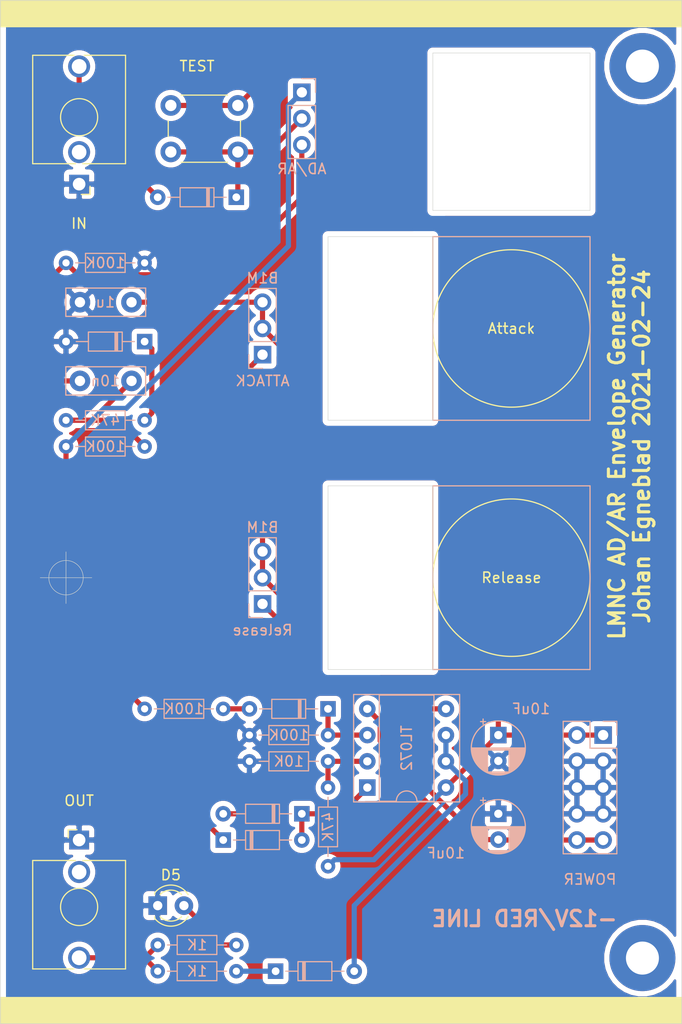
<source format=kicad_pcb>
(kicad_pcb (version 20171130) (host pcbnew 5.1.9-1.fc33)
  (layers (0 F.Cu signal) (31 B.Cu signal) (34 B.Paste user) (35 F.Paste user) (36 B.SilkS user) (37 F.SilkS user) (38 B.Mask user) (39 F.Mask user) (44 Edge.Cuts user))
  (net 0 "")
  (net 1 "Net-(C1-Pad2)")
  (net 2 "Net-(C1-Pad1)")
  (net 3 "Net-(C2-Pad1)")
  (net 4 "Net-(D1-Pad2)")
  (net 5 "Net-(D1-Pad1)")
  (net 6 "Net-(D2-Pad1)")
  (net 7 "Net-(D3-Pad2)")
  (net 8 "Net-(D3-Pad1)")
  (net 9 "Net-(D4-Pad2)")
  (net 10 "Net-(D4-Pad1)")
  (net 11 "Net-(D5-Pad2)")
  (net 12 GND)
  (net 13 "Net-(D6-Pad2)")
  (net 14 "Net-(D6-Pad1)")
  (net 15 "Net-(D7-Pad1)")
  (net 16 "Net-(J1-PadTN)")
  (net 17 "Net-(J2-PadT)")
  (net 18 "Net-(J2-PadTN)")
  (net 19 -12V)
  (net 20 +12V)
  (net 21 "Net-(R4-Pad1)")
  (net 22 "Net-(R1-Pad1)")
  (module Capacitor_THT:CP_Radial_D5.0mm_P2.50mm (layer B.Cu) (at 99.06 129.54 270)
    (fp_text reference C4 hide)
    (fp_text value 10uF (at 3.81 5.08) (layer B.SilkS) (effects (justify mirror)))
    (pad 2 thru_hole circle (at 2.5 0 270) (size 1.6 1.6) (drill 0.8) (layers *.Cu *.Mask) (net 19 -12V))
    (pad 1 thru_hole rect (at 0 0 270) (size 1.6 1.6) (drill 0.8) (layers *.Cu *.Mask) (net 12 GND))
  )
  (module Capacitor_THT:CP_Radial_D5.0mm_P2.50mm (layer B.Cu) (at 99.06 121.92 270)
    (fp_text reference C3 hide)
    (fp_text value 10uF (at -2.54 -3.175) (layer B.SilkS) (effects (justify mirror)))
    (pad 2 thru_hole circle (at 2.5 0 270) (size 1.6 1.6) (drill 0.8) (layers *.Cu *.Mask) (net 12 GND))
    (pad 1 thru_hole rect (at 0 0 270) (size 1.6 1.6) (drill 0.8) (layers *.Cu *.Mask) (net 20 +12V))
  )
  (module MountingHole:MountingHole_3.2mm_M3_Pad (layer F.Cu) (at 113.03 143.51)
    (fp_text reference H2 hide)
    (fp_text value MountingHole hide)
    (pad 1 thru_hole circle (at 0 0) (size 6.4 6.4) (drill 3.2) (layers *.Cu *.Mask))
  )
  (module MountingHole:MountingHole_3.2mm_M3_Pad (layer F.Cu) (at 113.03 57.15)
    (fp_text reference H1 hide)
    (fp_text value MountingHole hide)
    (pad 1 thru_hole circle (at 0 0) (size 6.4 6.4) (drill 3.2) (layers *.Cu *.Mask))
  )
  (module Resistor_THT:R_Axial_DIN0204_L3.6mm_D1.6mm_P7.62mm_Horizontal (layer B.Cu) (at 66.04 142.24)
    (fp_text reference R9 hide)
    (fp_text value 1K (at 3.81 0) (layer B.SilkS) (effects (justify mirror)))
    (pad 2 thru_hole oval (at 7.62 0) (size 1.4 1.4) (drill 0.7) (layers *.Cu *.Mask) (net 11 "Net-(D5-Pad2)"))
    (pad 1 thru_hole circle (at 0 0) (size 1.4 1.4) (drill 0.7) (layers *.Cu *.Mask) (net 17 "Net-(J2-PadT)"))
  )
  (module Resistor_THT:R_Axial_DIN0204_L3.6mm_D1.6mm_P7.62mm_Horizontal (layer B.Cu) (at 73.66 144.78 180)
    (fp_text reference R8 hide)
    (fp_text value 1K (at 3.81 0) (layer B.SilkS) (effects (justify mirror)))
    (pad 2 thru_hole oval (at 7.62 0 180) (size 1.4 1.4) (drill 0.7) (layers *.Cu *.Mask) (net 17 "Net-(J2-PadT)"))
    (pad 1 thru_hole circle (at 0 0 180) (size 1.4 1.4) (drill 0.7) (layers *.Cu *.Mask) (net 10 "Net-(D4-Pad1)"))
  )
  (module Resistor_THT:R_Axial_DIN0204_L3.6mm_D1.6mm_P7.62mm_Horizontal (layer B.Cu) (at 74.93 121.92)
    (fp_text reference R7 hide)
    (fp_text value 100K (at 3.81 0) (layer B.SilkS) (effects (justify mirror)))
    (pad 2 thru_hole oval (at 7.62 0) (size 1.4 1.4) (drill 0.7) (layers *.Cu *.Mask) (net 8 "Net-(D3-Pad1)"))
    (pad 1 thru_hole circle (at 0 0) (size 1.4 1.4) (drill 0.7) (layers *.Cu *.Mask) (net 12 GND))
  )
  (module Resistor_THT:R_Axial_DIN0204_L3.6mm_D1.6mm_P7.62mm_Horizontal (layer B.Cu) (at 64.77 119.38)
    (fp_text reference R6 hide)
    (fp_text value 100K (at 3.81 0) (layer B.SilkS) (effects (justify mirror)))
    (pad 2 thru_hole oval (at 7.62 0) (size 1.4 1.4) (drill 0.7) (layers *.Cu *.Mask) (net 7 "Net-(D3-Pad2)"))
    (pad 1 thru_hole circle (at 0 0) (size 1.4 1.4) (drill 0.7) (layers *.Cu *.Mask) (net 22 "Net-(R1-Pad1)"))
  )
  (module Resistor_THT:R_Axial_DIN0204_L3.6mm_D1.6mm_P7.62mm_Horizontal (layer B.Cu) (at 82.55 127 270)
    (fp_text reference R5 hide)
    (fp_text value 47K (at 3.81 0 90) (layer B.SilkS) (effects (justify mirror)))
    (pad 2 thru_hole oval (at 7.62 0 270) (size 1.4 1.4) (drill 0.7) (layers *.Cu *.Mask) (net 20 +12V))
    (pad 1 thru_hole circle (at 0 0 270) (size 1.4 1.4) (drill 0.7) (layers *.Cu *.Mask) (net 21 "Net-(R4-Pad1)"))
  )
  (module Resistor_THT:R_Axial_DIN0204_L3.6mm_D1.6mm_P7.62mm_Horizontal (layer B.Cu) (at 82.55 124.46 180)
    (fp_text reference R4 hide)
    (fp_text value 10K (at 3.81 0) (layer B.SilkS) (effects (justify mirror)))
    (pad 2 thru_hole oval (at 7.62 0 180) (size 1.4 1.4) (drill 0.7) (layers *.Cu *.Mask) (net 12 GND))
    (pad 1 thru_hole circle (at 0 0 180) (size 1.4 1.4) (drill 0.7) (layers *.Cu *.Mask) (net 21 "Net-(R4-Pad1)"))
  )
  (module Resistor_THT:R_Axial_DIN0204_L3.6mm_D1.6mm_P7.62mm_Horizontal (layer B.Cu) (at 64.77 76.2 180)
    (fp_text reference R3 hide)
    (fp_text value 100K (at 3.81 0) (layer B.SilkS) (effects (justify mirror)))
    (pad 2 thru_hole oval (at 7.62 0 180) (size 1.4 1.4) (drill 0.7) (layers *.Cu *.Mask) (net 1 "Net-(C1-Pad2)"))
    (pad 1 thru_hole circle (at 0 0 180) (size 1.4 1.4) (drill 0.7) (layers *.Cu *.Mask) (net 12 GND))
  )
  (module Resistor_THT:R_Axial_DIN0204_L3.6mm_D1.6mm_P7.62mm_Horizontal (layer B.Cu) (at 64.77 91.44 180)
    (fp_text reference R2 hide)
    (fp_text value 47K (at 3.81 0) (layer B.SilkS) (effects (justify mirror)))
    (pad 2 thru_hole oval (at 7.62 0 180) (size 1.4 1.4) (drill 0.7) (layers *.Cu *.Mask) (net 2 "Net-(C1-Pad1)"))
    (pad 1 thru_hole circle (at 0 0 180) (size 1.4 1.4) (drill 0.7) (layers *.Cu *.Mask) (net 6 "Net-(D2-Pad1)"))
  )
  (module Resistor_THT:R_Axial_DIN0204_L3.6mm_D1.6mm_P7.62mm_Horizontal (layer B.Cu) (at 57.15 93.98)
    (fp_text reference R1 hide)
    (fp_text value 100K (at 3.81 0) (layer B.SilkS) (effects (justify mirror)))
    (pad 2 thru_hole oval (at 7.62 0) (size 1.4 1.4) (drill 0.7) (layers *.Cu *.Mask) (net 2 "Net-(C1-Pad1)"))
    (pad 1 thru_hole circle (at 0 0) (size 1.4 1.4) (drill 0.7) (layers *.Cu *.Mask) (net 22 "Net-(R1-Pad1)"))
  )
  (module Package_DIP:DIP-8_W7.62mm_Socket (layer B.Cu) (at 86.36 127)
    (fp_text reference U1 hide)
    (fp_text value TL072 (at 3.81 -3.81 90) (layer B.SilkS) (effects (justify mirror)))
    (pad 8 thru_hole oval (at 7.62 0) (size 1.6 1.6) (drill 0.8) (layers *.Cu *.Mask) (net 20 +12V))
    (pad 4 thru_hole oval (at 0 -7.62) (size 1.6 1.6) (drill 0.8) (layers *.Cu *.Mask) (net 19 -12V))
    (pad 7 thru_hole oval (at 7.62 -2.54) (size 1.6 1.6) (drill 0.8) (layers *.Cu *.Mask) (net 9 "Net-(D4-Pad2)"))
    (pad 3 thru_hole oval (at 0 -5.08) (size 1.6 1.6) (drill 0.8) (layers *.Cu *.Mask) (net 8 "Net-(D3-Pad1)"))
    (pad 6 thru_hole oval (at 7.62 -5.08) (size 1.6 1.6) (drill 0.8) (layers *.Cu *.Mask) (net 9 "Net-(D4-Pad2)"))
    (pad 2 thru_hole oval (at 0 -2.54) (size 1.6 1.6) (drill 0.8) (layers *.Cu *.Mask) (net 21 "Net-(R4-Pad1)"))
    (pad 5 thru_hole oval (at 7.62 -7.62) (size 1.6 1.6) (drill 0.8) (layers *.Cu *.Mask) (net 3 "Net-(C2-Pad1)"))
    (pad 1 thru_hole rect (at 0 0) (size 1.6 1.6) (drill 0.8) (layers *.Cu *.Mask) (net 14 "Net-(D6-Pad1)"))
  )
  (module Connector_PinHeader_2.54mm:PinHeader_1x03_P2.54mm_Vertical (layer B.Cu) (at 80.01 59.69 180)
    (fp_text reference SW2 hide)
    (fp_text value AD/AR (at 0 -7.41 180) (layer B.SilkS) (effects (justify mirror)))
    (pad 3 thru_hole oval (at 0 -5.08 180) (size 1.7 1.7) (drill 1) (layers *.Cu *.Mask) (net 1 "Net-(C1-Pad2)"))
    (pad 2 thru_hole oval (at 0 -2.54 180) (size 1.7 1.7) (drill 1) (layers *.Cu *.Mask) (net 5 "Net-(D1-Pad1)"))
    (pad 1 thru_hole rect (at 0 0 180) (size 1.7 1.7) (drill 1) (layers *.Cu *.Mask) (net 22 "Net-(R1-Pad1)"))
  )
  (module Button_Switch_THT:SW_PUSH_6mm (layer F.Cu) (at 67.31 60.96)
    (fp_text reference SW1 hide)
    (fp_text value TEST (at 2.54 -3.81) (layer F.SilkS))
    (pad 1 thru_hole circle (at 6.5 0 90) (size 2 2) (drill 1.1) (layers *.Cu *.Mask) (net 20 +12V))
    (pad 2 thru_hole circle (at 6.5 4.5 90) (size 2 2) (drill 1.1) (layers *.Cu *.Mask) (net 5 "Net-(D1-Pad1)"))
    (pad 1 thru_hole circle (at 0 0 90) (size 2 2) (drill 1.1) (layers *.Cu *.Mask) (net 20 +12V))
    (pad 2 thru_hole circle (at 0 4.5 90) (size 2 2) (drill 1.1) (layers *.Cu *.Mask) (net 5 "Net-(D1-Pad1)"))
  )
  (module Connector_PinHeader_2.54mm:PinHeader_1x03_P2.54mm_Vertical (layer B.Cu) (at 76.2 109.22)
    (fp_text reference RR1 hide)
    (fp_text value B1M (at 0 -7.41) (layer B.SilkS) (effects (justify mirror)))
    (fp_text user Release (at 0 2.54) (layer B.SilkS) (effects (justify mirror)))
    (pad 3 thru_hole oval (at 0 -5.08) (size 1.7 1.7) (drill 1) (layers *.Cu *.Mask) (net 3 "Net-(C2-Pad1)"))
    (pad 2 thru_hole oval (at 0 -2.54) (size 1.7 1.7) (drill 1) (layers *.Cu *.Mask) (net 3 "Net-(C2-Pad1)"))
    (pad 1 thru_hole rect (at 0 0) (size 1.7 1.7) (drill 1) (layers *.Cu *.Mask) (net 13 "Net-(D6-Pad2)"))
  )
  (module Connector_PinHeader_2.54mm:PinHeader_1x03_P2.54mm_Vertical (layer B.Cu) (at 76.2 85.09)
    (fp_text reference RA1 hide)
    (fp_text value B1M (at 0 -7.41) (layer B.SilkS) (effects (justify mirror)))
    (fp_text user ATTACK (at 0 2.54) (layer B.SilkS) (effects (justify mirror)))
    (pad 3 thru_hole oval (at 0 -5.08) (size 1.7 1.7) (drill 1) (layers *.Cu *.Mask) (net 3 "Net-(C2-Pad1)"))
    (pad 2 thru_hole oval (at 0 -2.54) (size 1.7 1.7) (drill 1) (layers *.Cu *.Mask) (net 3 "Net-(C2-Pad1)"))
    (pad 1 thru_hole rect (at 0 0) (size 1.7 1.7) (drill 1) (layers *.Cu *.Mask) (net 15 "Net-(D7-Pad1)"))
  )
  (module Connector_PinHeader_2.54mm:PinHeader_2x05_P2.54mm_Vertical (layer B.Cu) (at 109.22 121.92 180)
    (fp_text reference J3 hide)
    (fp_text value POWER (at 1.27 -13.97) (layer B.SilkS) (effects (justify mirror)))
    (pad 10 thru_hole oval (at 2.54 -10.16 180) (size 1.7 1.7) (drill 1) (layers *.Cu *.Mask) (net 19 -12V))
    (pad 9 thru_hole oval (at 0 -10.16 180) (size 1.7 1.7) (drill 1) (layers *.Cu *.Mask) (net 19 -12V))
    (pad 8 thru_hole oval (at 2.54 -7.62 180) (size 1.7 1.7) (drill 1) (layers *.Cu *.Mask) (net 12 GND))
    (pad 7 thru_hole oval (at 0 -7.62 180) (size 1.7 1.7) (drill 1) (layers *.Cu *.Mask) (net 12 GND))
    (pad 6 thru_hole oval (at 2.54 -5.08 180) (size 1.7 1.7) (drill 1) (layers *.Cu *.Mask) (net 12 GND))
    (pad 5 thru_hole oval (at 0 -5.08 180) (size 1.7 1.7) (drill 1) (layers *.Cu *.Mask) (net 12 GND))
    (pad 4 thru_hole oval (at 2.54 -2.54 180) (size 1.7 1.7) (drill 1) (layers *.Cu *.Mask) (net 12 GND))
    (pad 3 thru_hole oval (at 0 -2.54 180) (size 1.7 1.7) (drill 1) (layers *.Cu *.Mask) (net 12 GND))
    (pad 2 thru_hole oval (at 2.54 0 180) (size 1.7 1.7) (drill 1) (layers *.Cu *.Mask) (net 20 +12V))
    (pad 1 thru_hole rect (at 0 0 180) (size 1.7 1.7) (drill 1) (layers *.Cu *.Mask) (net 20 +12V))
  )
  (module Connector_Audio:Jack_3.5mm_QingPu_WQP-PJ398SM_Vertical_CircularHoles (layer F.Cu) (at 58.42 132.08)
    (fp_text reference J2 hide)
    (fp_text value OUT (at 0 -3.81 180) (layer F.SilkS))
    (pad T thru_hole circle (at 0 11.4 180) (size 2.13 2.13) (drill 1.43) (layers *.Cu *.Mask) (net 17 "Net-(J2-PadT)"))
    (pad S thru_hole rect (at 0 0 180) (size 1.93 1.83) (drill 1.22) (layers *.Cu *.Mask) (net 12 GND))
    (pad TN thru_hole circle (at 0 3.1 180) (size 2.13 2.13) (drill 1.42) (layers *.Cu *.Mask) (net 18 "Net-(J2-PadTN)"))
  )
  (module Connector_Audio:Jack_3.5mm_QingPu_WQP-PJ398SM_Vertical_CircularHoles (layer F.Cu) (at 58.42 68.58 180)
    (fp_text reference J1 hide)
    (fp_text value IN (at 0 -3.81 180) (layer F.SilkS))
    (pad T thru_hole circle (at 0 11.4) (size 2.13 2.13) (drill 1.43) (layers *.Cu *.Mask) (net 4 "Net-(D1-Pad2)"))
    (pad S thru_hole rect (at 0 0) (size 1.93 1.83) (drill 1.22) (layers *.Cu *.Mask) (net 12 GND))
    (pad TN thru_hole circle (at 0 3.1) (size 2.13 2.13) (drill 1.42) (layers *.Cu *.Mask) (net 16 "Net-(J1-PadTN)"))
  )
  (module Diode_THT:D_DO-34_SOD68_P7.62mm_Horizontal (layer B.Cu) (at 72.39 132.08)
    (fp_text reference D7 hide)
    (fp_text value D hide)
    (pad 2 thru_hole oval (at 7.62 0) (size 1.5 1.5) (drill 0.75) (layers *.Cu *.Mask) (net 14 "Net-(D6-Pad1)"))
    (pad 1 thru_hole rect (at 0 0) (size 1.5 1.5) (drill 0.75) (layers *.Cu *.Mask) (net 15 "Net-(D7-Pad1)"))
  )
  (module Diode_THT:D_DO-34_SOD68_P7.62mm_Horizontal (layer B.Cu) (at 80.01 129.54 180)
    (fp_text reference D6 hide)
    (fp_text value D hide)
    (pad 2 thru_hole oval (at 7.62 0 180) (size 1.5 1.5) (drill 0.75) (layers *.Cu *.Mask) (net 13 "Net-(D6-Pad2)"))
    (pad 1 thru_hole rect (at 0 0 180) (size 1.5 1.5) (drill 0.75) (layers *.Cu *.Mask) (net 14 "Net-(D6-Pad1)"))
  )
  (module LED_THT:LED_D3.0mm (layer F.Cu) (at 66.04 138.43)
    (fp_text reference D5 (at 1.27 -2.96) (layer F.SilkS))
    (fp_text value LED)
    (pad 2 thru_hole circle (at 2.54 0) (size 1.8 1.8) (drill 0.9) (layers *.Cu *.Mask) (net 11 "Net-(D5-Pad2)"))
    (pad 1 thru_hole rect (at 0 0) (size 1.8 1.8) (drill 0.9) (layers *.Cu *.Mask) (net 12 GND))
  )
  (module Diode_THT:D_DO-34_SOD68_P7.62mm_Horizontal (layer B.Cu) (at 77.47 144.78)
    (fp_text reference D4 hide)
    (fp_text value D hide)
    (pad 2 thru_hole oval (at 7.62 0) (size 1.5 1.5) (drill 0.75) (layers *.Cu *.Mask) (net 9 "Net-(D4-Pad2)"))
    (pad 1 thru_hole rect (at 0 0) (size 1.5 1.5) (drill 0.75) (layers *.Cu *.Mask) (net 10 "Net-(D4-Pad1)"))
  )
  (module Diode_THT:D_DO-34_SOD68_P7.62mm_Horizontal (layer B.Cu) (at 82.55 119.38 180)
    (fp_text reference D3 hide)
    (fp_text value D hide)
    (pad 2 thru_hole oval (at 7.62 0 180) (size 1.5 1.5) (drill 0.75) (layers *.Cu *.Mask) (net 7 "Net-(D3-Pad2)"))
    (pad 1 thru_hole rect (at 0 0 180) (size 1.5 1.5) (drill 0.75) (layers *.Cu *.Mask) (net 8 "Net-(D3-Pad1)"))
  )
  (module Diode_THT:D_DO-34_SOD68_P7.62mm_Horizontal (layer B.Cu) (at 64.77 83.82 180)
    (fp_text reference D2 hide)
    (fp_text value D hide)
    (pad 2 thru_hole oval (at 7.62 0 180) (size 1.5 1.5) (drill 0.75) (layers *.Cu *.Mask) (net 12 GND))
    (pad 1 thru_hole rect (at 0 0 180) (size 1.5 1.5) (drill 0.75) (layers *.Cu *.Mask) (net 6 "Net-(D2-Pad1)"))
  )
  (module Diode_THT:D_DO-34_SOD68_P7.62mm_Horizontal (layer B.Cu) (at 73.66 69.85 180)
    (fp_text reference D1 hide)
    (fp_text value D hide)
    (pad 2 thru_hole oval (at 7.62 0 180) (size 1.5 1.5) (drill 0.75) (layers *.Cu *.Mask) (net 4 "Net-(D1-Pad2)"))
    (pad 1 thru_hole rect (at 0 0 180) (size 1.5 1.5) (drill 0.75) (layers *.Cu *.Mask) (net 5 "Net-(D1-Pad1)"))
  )
  (module Capacitor_THT:C_Disc_D7.5mm_W2.5mm_P5.00mm (layer B.Cu) (at 63.5 80.01 180)
    (fp_text reference C2 hide)
    (fp_text value 1u (at 2.54 0) (layer B.SilkS) (effects (justify mirror)))
    (pad 2 thru_hole circle (at 5 0 180) (size 2 2) (drill 1) (layers *.Cu *.Mask) (net 12 GND))
    (pad 1 thru_hole circle (at 0 0 180) (size 2 2) (drill 1) (layers *.Cu *.Mask) (net 3 "Net-(C2-Pad1)"))
  )
  (module Capacitor_THT:C_Disc_D7.5mm_W2.5mm_P5.00mm (layer B.Cu) (at 63.5 87.63 180)
    (fp_text reference C1 hide)
    (fp_text value 10n (at 2.54 0) (layer B.SilkS) (effects (justify mirror)))
    (pad 2 thru_hole circle (at 5 0 180) (size 2 2) (drill 1) (layers *.Cu *.Mask) (net 1 "Net-(C1-Pad2)"))
    (pad 1 thru_hole circle (at 0 0 180) (size 2 2) (drill 1) (layers *.Cu *.Mask) (net 2 "Net-(C1-Pad1)"))
  )
  (gr_text Release (at 100.33 106.68) (layer F.SilkS) (effects (font (size 1 1))))
  (gr_text Attack (at 100.33 82.55) (layer F.SilkS) (effects (font (size 1 1))))
  (target plus (at 57.15 106.68) (size 5) (width 0.05) (layer Edge.Cuts))
  (gr_circle (center 100.33 106.68) (end 107.95 106.68) (layer F.SilkS) (width 0.12))
  (gr_circle (center 100.33 82.55) (end 107.95 82.55) (layer F.SilkS) (width 0.12))
  (gr_text "LMNC AD/AR Envelope Generator\nJohan Egneblad 2021-02-24" (at 111.76 93.98 90) (layer F.SilkS) (effects (font (size 1.5 1.5) (thickness 0.3))))
  (gr_text "-12V/RED LINE" (at 101.6 139.7) (layer B.SilkS) (effects (font (size 1.5 1.5) (thickness 0.3)) (justify mirror)))
  (gr_line (start 92.71 97.79) (end 92.71 115.57) (layer Edge.Cuts) (width 0.05))
  (gr_line (start 107.95 115.57) (end 92.71 115.57) (layer B.SilkS) (width 0.12))
  (gr_line (start 92.71 115.57) (end 82.55 115.57) (layer Edge.Cuts) (width 0.05))
  (gr_line (start 92.71 97.79) (end 107.95 97.79) (layer B.SilkS) (width 0.12))
  (gr_line (start 107.95 97.79) (end 107.95 115.57) (layer B.SilkS) (width 0.12))
  (gr_line (start 82.55 97.79) (end 92.71 97.79) (layer Edge.Cuts) (width 0.05))
  (gr_line (start 82.55 115.57) (end 82.55 97.79) (layer Edge.Cuts) (width 0.05))
  (gr_line (start 92.71 115.57) (end 92.71 97.79) (layer B.SilkS) (width 0.12))
  (gr_line (start 92.71 91.44) (end 92.71 73.66) (layer B.SilkS) (width 0.12))
  (gr_line (start 107.95 91.44) (end 92.71 91.44) (layer B.SilkS) (width 0.12))
  (gr_line (start 107.95 73.66) (end 107.95 91.44) (layer B.SilkS) (width 0.12))
  (gr_line (start 92.71 73.66) (end 107.95 73.66) (layer B.SilkS) (width 0.12))
  (gr_line (start 82.55 91.44) (end 82.55 73.66) (layer Edge.Cuts) (width 0.05))
  (gr_line (start 92.71 91.44) (end 82.55 91.44) (layer Edge.Cuts) (width 0.05))
  (gr_line (start 92.71 73.66) (end 92.71 91.44) (layer Edge.Cuts) (width 0.05))
  (gr_line (start 82.55 73.66) (end 92.71 73.66) (layer Edge.Cuts) (width 0.05))
  (gr_line (start 92.71 55.88) (end 107.95 55.88) (layer Edge.Cuts) (width 0.05))
  (gr_line (start 92.71 71.12) (end 92.71 55.88) (layer Edge.Cuts) (width 0.05))
  (gr_line (start 107.95 71.12) (end 92.71 71.12) (layer Edge.Cuts) (width 0.05))
  (gr_line (start 107.95 55.88) (end 107.95 71.12) (layer Edge.Cuts) (width 0.05))
  (gr_poly (pts (xy 116.84 149.86) (xy 50.8 149.86) (xy 50.8 147.32) (xy 116.84 147.32)) (layer F.SilkS) (width 0.1))
  (gr_poly (pts (xy 116.84 53.34) (xy 50.8 53.34) (xy 50.8 50.8) (xy 116.84 50.8)) (layer F.SilkS) (width 0.1))
  (gr_line (start 50.8 149.86) (end 50.8 50.8) (layer Edge.Cuts) (width 0.05))
  (gr_line (start 116.84 149.86) (end 50.8 149.86) (layer Edge.Cuts) (width 0.05))
  (gr_line (start 116.84 50.8) (end 116.84 149.86) (layer Edge.Cuts) (width 0.05))
  (gr_line (start 50.8 50.8) (end 116.84 50.8) (layer Edge.Cuts) (width 0.05))
  (segment (start 58.5 87.63) (end 55.88 87.63) (width 0.5) (layer F.Cu) (net 1))
  (segment (start 55.88 87.63) (end 54.61 86.36) (width 0.5) (layer F.Cu) (net 1))
  (segment (start 54.61 78.74) (end 57.15 76.2) (width 0.5) (layer F.Cu) (net 1))
  (segment (start 54.61 86.36) (end 54.61 78.74) (width 0.5) (layer F.Cu) (net 1))
  (segment (start 58.300001 77.350001) (end 72.509999 77.350001) (width 0.5) (layer F.Cu) (net 1))
  (segment (start 57.15 76.2) (end 58.300001 77.350001) (width 0.5) (layer F.Cu) (net 1))
  (segment (start 80.01 69.85) (end 80.01 64.77) (width 0.5) (layer F.Cu) (net 1))
  (segment (start 72.509999 77.350001) (end 80.01 69.85) (width 0.5) (layer F.Cu) (net 1))
  (segment (start 59.69 91.44) (end 63.5 87.63) (width 0.5) (layer F.Cu) (net 2))
  (segment (start 57.15 91.44) (end 59.69 91.44) (width 0.5) (layer F.Cu) (net 2))
  (segment (start 62.23 91.44) (end 64.77 93.98) (width 0.5) (layer F.Cu) (net 2))
  (segment (start 57.15 91.44) (end 62.23 91.44) (width 0.5) (layer F.Cu) (net 2))
  (segment (start 80.01 115.57) (end 80.01 110.49) (width 0.5) (layer F.Cu) (net 3))
  (segment (start 81.28 116.84) (end 80.01 115.57) (width 0.5) (layer F.Cu) (net 3))
  (segment (start 80.01 110.49) (end 76.2 106.68) (width 0.5) (layer F.Cu) (net 3))
  (segment (start 86.995 116.84) (end 81.28 116.84) (width 0.5) (layer F.Cu) (net 3))
  (segment (start 89.535 119.38) (end 86.995 116.84) (width 0.5) (layer F.Cu) (net 3))
  (segment (start 93.98 119.38) (end 89.535 119.38) (width 0.5) (layer F.Cu) (net 3))
  (segment (start 76.2 106.68) (end 76.2 104.14) (width 0.5) (layer F.Cu) (net 3))
  (segment (start 76.2 104.14) (end 76.2 90.805) (width 0.5) (layer F.Cu) (net 3))
  (segment (start 76.2 90.805) (end 79.375 87.63) (width 0.5) (layer F.Cu) (net 3))
  (segment (start 79.375 85.725) (end 76.2 82.55) (width 0.5) (layer F.Cu) (net 3))
  (segment (start 79.375 87.63) (end 79.375 85.725) (width 0.5) (layer F.Cu) (net 3))
  (segment (start 76.2 82.55) (end 76.2 80.01) (width 0.5) (layer F.Cu) (net 3))
  (segment (start 76.2 80.01) (end 63.5 80.01) (width 0.5) (layer F.Cu) (net 3))
  (segment (start 58.42 62.23) (end 58.42 57.18) (width 0.5) (layer F.Cu) (net 4))
  (segment (start 66.04 69.85) (end 58.42 62.23) (width 0.5) (layer F.Cu) (net 4))
  (segment (start 67.31 65.46) (end 73.81 65.46) (width 0.5) (layer F.Cu) (net 5))
  (segment (start 73.81 69.7) (end 73.66 69.85) (width 0.5) (layer F.Cu) (net 5))
  (segment (start 73.81 65.46) (end 73.81 69.7) (width 0.5) (layer F.Cu) (net 5))
  (segment (start 76.78 65.46) (end 80.01 62.23) (width 0.5) (layer F.Cu) (net 5))
  (segment (start 73.81 65.46) (end 76.78 65.46) (width 0.5) (layer F.Cu) (net 5))
  (segment (start 65.469999 84.519999) (end 64.77 83.82) (width 0.5) (layer F.Cu) (net 6))
  (segment (start 65.469999 90.740001) (end 65.469999 84.519999) (width 0.5) (layer F.Cu) (net 6))
  (segment (start 64.77 91.44) (end 65.469999 90.740001) (width 0.5) (layer F.Cu) (net 6))
  (segment (start 72.39 119.38) (end 74.93 119.38) (width 0.5) (layer F.Cu) (net 7))
  (segment (start 82.55 119.38) (end 82.55 121.92) (width 0.5) (layer F.Cu) (net 8))
  (segment (start 82.55 121.92) (end 86.36 121.92) (width 0.5) (layer F.Cu) (net 8))
  (segment (start 85.09 144.78) (end 85.09 138.43) (width 0.5) (layer B.Cu) (net 9))
  (segment (start 85.09 138.43) (end 95.885 127.635) (width 0.5) (layer B.Cu) (net 9))
  (segment (start 95.885 126.365) (end 93.98 124.46) (width 0.5) (layer B.Cu) (net 9))
  (segment (start 95.885 127.635) (end 95.885 126.365) (width 0.5) (layer B.Cu) (net 9))
  (segment (start 93.98 124.46) (end 93.98 121.92) (width 0.5) (layer B.Cu) (net 9))
  (segment (start 77.47 144.78) (end 73.66 144.78) (width 0.5) (layer B.Cu) (net 10))
  (segment (start 72.39 142.24) (end 73.66 142.24) (width 0.5) (layer F.Cu) (net 11))
  (segment (start 68.58 138.43) (end 72.39 142.24) (width 0.5) (layer F.Cu) (net 11))
  (segment (start 72.39 129.54) (end 74.295 129.54) (width 0.5) (layer F.Cu) (net 13))
  (segment (start 74.295 129.54) (end 77.47 126.365) (width 0.5) (layer F.Cu) (net 13))
  (segment (start 77.47 110.49) (end 76.2 109.22) (width 0.5) (layer F.Cu) (net 13))
  (segment (start 77.47 126.365) (end 77.47 110.49) (width 0.5) (layer F.Cu) (net 13))
  (segment (start 83.82 129.54) (end 80.01 129.54) (width 0.5) (layer F.Cu) (net 14))
  (segment (start 86.36 127) (end 83.82 129.54) (width 0.5) (layer F.Cu) (net 14))
  (segment (start 80.01 129.54) (end 80.01 132.08) (width 0.5) (layer F.Cu) (net 14))
  (segment (start 72.39 132.08) (end 70.485 130.175) (width 0.5) (layer F.Cu) (net 15))
  (segment (start 70.485 90.805) (end 76.2 85.09) (width 0.5) (layer F.Cu) (net 15))
  (segment (start 70.485 130.175) (end 70.485 90.805) (width 0.5) (layer F.Cu) (net 15))
  (segment (start 64.8 143.48) (end 66.04 142.24) (width 0.5) (layer F.Cu) (net 17))
  (segment (start 58.42 143.48) (end 64.8 143.48) (width 0.5) (layer F.Cu) (net 17))
  (segment (start 64.8 143.54) (end 64.8 143.48) (width 0.5) (layer F.Cu) (net 17))
  (segment (start 66.04 144.78) (end 64.8 143.54) (width 0.5) (layer F.Cu) (net 17))
  (segment (start 109.22 132.08) (end 106.68 132.08) (width 0.5) (layer F.Cu) (net 19))
  (segment (start 99.1 132.08) (end 99.06 132.04) (width 0.5) (layer F.Cu) (net 19))
  (segment (start 106.68 132.08) (end 99.1 132.08) (width 0.5) (layer F.Cu) (net 19))
  (segment (start 87.610001 122.480003) (end 87.610001 120.630001) (width 0.5) (layer F.Cu) (net 19))
  (segment (start 97.169998 132.04) (end 87.610001 122.480003) (width 0.5) (layer F.Cu) (net 19))
  (segment (start 87.610001 120.630001) (end 86.36 119.38) (width 0.5) (layer F.Cu) (net 19))
  (segment (start 99.06 132.04) (end 97.169998 132.04) (width 0.5) (layer F.Cu) (net 19))
  (segment (start 109.22 121.92) (end 106.68 121.92) (width 0.5) (layer F.Cu) (net 20))
  (segment (start 106.68 121.92) (end 99.06 121.92) (width 0.5) (layer F.Cu) (net 20))
  (segment (start 81.915 55.245) (end 79.525 55.245) (width 0.5) (layer F.Cu) (net 20))
  (segment (start 79.525 55.245) (end 73.81 60.96) (width 0.5) (layer F.Cu) (net 20))
  (segment (start 85.725 59.055) (end 81.915 55.245) (width 0.5) (layer F.Cu) (net 20))
  (segment (start 93.308235 72.39) (end 91.44 72.39) (width 0.5) (layer F.Cu) (net 20))
  (segment (start 85.725 66.675) (end 85.725 59.055) (width 0.5) (layer F.Cu) (net 20))
  (segment (start 91.44 72.39) (end 85.725 66.675) (width 0.5) (layer F.Cu) (net 20))
  (segment (start 99.06 78.141765) (end 93.308235 72.39) (width 0.5) (layer F.Cu) (net 20))
  (segment (start 99.06 121.92) (end 99.06 78.141765) (width 0.5) (layer F.Cu) (net 20))
  (segment (start 73.81 60.96) (end 67.31 60.96) (width 0.5) (layer F.Cu) (net 20))
  (segment (start 99.06 121.92) (end 93.98 127) (width 0.5) (layer F.Cu) (net 20))
  (segment (start 93.98 127) (end 86.995 133.985) (width 0.5) (layer B.Cu) (net 20))
  (segment (start 83.185 133.985) (end 82.55 134.62) (width 0.5) (layer B.Cu) (net 20))
  (segment (start 86.995 133.985) (end 83.185 133.985) (width 0.5) (layer B.Cu) (net 20))
  (segment (start 86.36 124.46) (end 82.55 124.46) (width 0.5) (layer F.Cu) (net 21))
  (segment (start 82.55 124.46) (end 82.55 127) (width 0.5) (layer F.Cu) (net 21))
  (segment (start 57.15 111.76) (end 64.77 119.38) (width 0.5) (layer F.Cu) (net 22))
  (segment (start 57.15 93.98) (end 57.15 111.76) (width 0.5) (layer F.Cu) (net 22))
  (segment (start 78.709999 60.990001) (end 80.01 59.69) (width 0.5) (layer B.Cu) (net 22))
  (segment (start 62.986003 90.289999) (end 78.709999 74.566003) (width 0.5) (layer B.Cu) (net 22))
  (segment (start 60.840001 90.289999) (end 62.986003 90.289999) (width 0.5) (layer B.Cu) (net 22))
  (segment (start 78.709999 74.566003) (end 78.709999 60.990001) (width 0.5) (layer B.Cu) (net 22))
  (segment (start 57.15 93.98) (end 60.840001 90.289999) (width 0.5) (layer B.Cu) (net 22))
  (zone (net 12) (net_name GND) (layer F.Cu) (connect_pads (clearance 0.508)) (min_thickness 0.254) (fill yes (arc_segments 32) (thermal_gap 0.508) (thermal_bridge_width 0.508))
    (polygon (pts (xy 116.84 149.86) (xy 50.8 149.86) (xy 50.8 50.8) (xy 116.84 50.8)))
  )
  (zone (net 12) (net_name GND) (layer B.Cu) (connect_pads (clearance 0.508)) (min_thickness 0.254) (fill yes (arc_segments 32) (thermal_gap 0.508) (thermal_bridge_width 0.508))
    (polygon (pts (xy 116.84 149.86) (xy 50.8 149.86) (xy 50.8 50.8) (xy 116.84 50.8)))
  )
)
</source>
